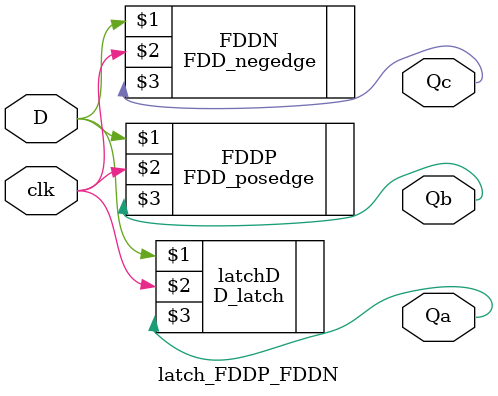
<source format=v>
module latch_FDDP_FDDN(input D, clk, 
								output Qa, Qb, Qc);
								
								
	D_latch latchD(D, clk, Qa);
	FDD_posedge FDDP(D, clk, Qb);
	FDD_negedge FDDN(D, clk, Qc);
	
endmodule

</source>
